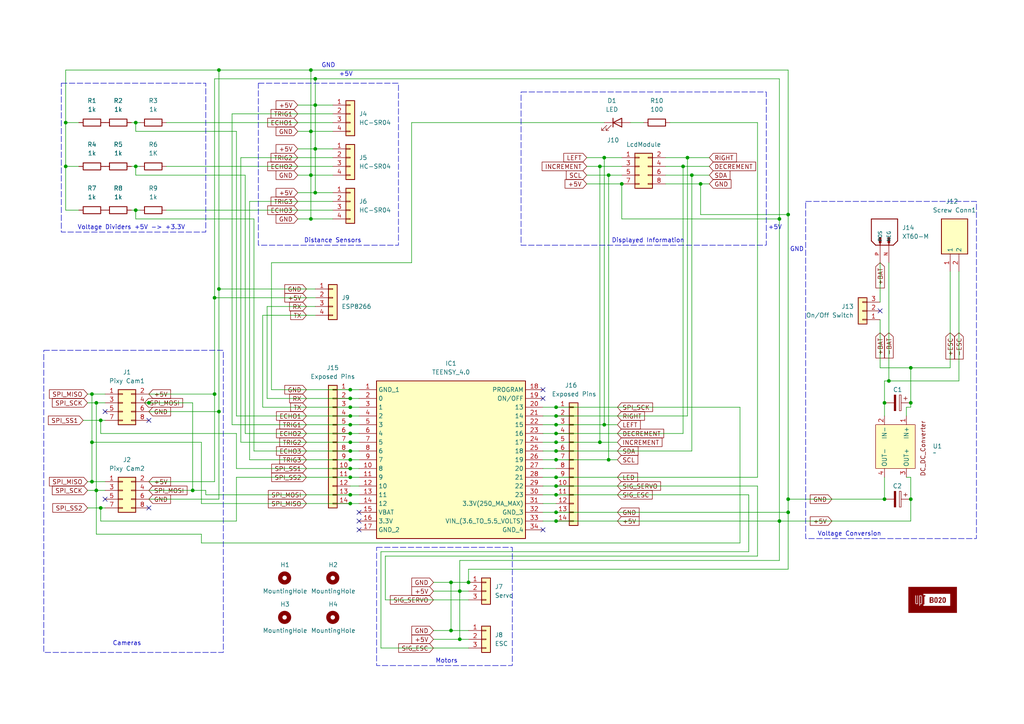
<source format=kicad_sch>
(kicad_sch (version 20231120) (generator "eeschema") (generator_version "8.0")
  (paper "A4")
  (title_block (title "NXP_CUP") (date "2024-04-22") (rev "v1") (company "UPT B020"))
  (lib_symbols
    (symbol "Connector_Generic:Conn_01x03" (pin_names (offset 1.016) hide)
      (property "Reference" "J" (at 0 5.08 0))
      (property "Value" "Conn_01x03" (at 0 -5.08 0))
      (symbol "Conn_01x03_1_1"
        (pin passive line (at -5.08 2.54 0) (length 3.81) (name "Pin_1") (number "1"))
        (pin passive line (at -5.08 0 0) (length 3.81) (name "Pin_2") (number "2"))
        (pin passive line (at -5.08 -2.54 0) (length 3.81) (name "Pin_3") (number "3"))
      )
    )
    (symbol "Connector_Generic:Conn_01x04" (pin_names (offset 1.016) hide)
      (property "Reference" "J" (at 0 5.08 0))
      (property "Value" "Conn_01x04" (at 0 -7.62 0))
      (symbol "Conn_01x04_1_1"
        (pin passive line (at -5.08 2.54 0) (length 3.81) (name "Pin_1") (number "1"))
        (pin passive line (at -5.08 0 0) (length 3.81) (name "Pin_2") (number "2"))
        (pin passive line (at -5.08 -2.54 0) (length 3.81) (name "Pin_3") (number "3"))
        (pin passive line (at -5.08 -5.08 0) (length 3.81) (name "Pin_4") (number "4"))
      )
    )
    (symbol "Connector_Generic:Conn_01x14" (pin_names (offset 1.016) hide)
      (property "Reference" "J" (at 0 17.78 0))
      (property "Value" "Conn_01x14" (at 0 -20.32 0))
      (symbol "Conn_01x14_1_1"
        (pin passive line (at -5.08 15.24 0) (length 3.81) (name "Pin_1") (number "1"))
        (pin passive line (at -5.08 -7.62 0) (length 3.81) (name "Pin_10") (number "10"))
        (pin passive line (at -5.08 -10.16 0) (length 3.81) (name "Pin_11") (number "11"))
        (pin passive line (at -5.08 -12.7 0) (length 3.81) (name "Pin_12") (number "12"))
        (pin passive line (at -5.08 -15.24 0) (length 3.81) (name "Pin_13") (number "13"))
        (pin passive line (at -5.08 -17.78 0) (length 3.81) (name "Pin_14") (number "14"))
        (pin passive line (at -5.08 12.7 0) (length 3.81) (name "Pin_2") (number "2"))
        (pin passive line (at -5.08 10.16 0) (length 3.81) (name "Pin_3") (number "3"))
        (pin passive line (at -5.08 7.62 0) (length 3.81) (name "Pin_4") (number "4"))
        (pin passive line (at -5.08 5.08 0) (length 3.81) (name "Pin_5") (number "5"))
        (pin passive line (at -5.08 2.54 0) (length 3.81) (name "Pin_6") (number "6"))
        (pin passive line (at -5.08 0 0) (length 3.81) (name "Pin_7") (number "7"))
        (pin passive line (at -5.08 -2.54 0) (length 3.81) (name "Pin_8") (number "8"))
        (pin passive line (at -5.08 -5.08 0) (length 3.81) (name "Pin_9") (number "9"))
      )
    )
    (symbol "Connector_Generic:Conn_02x04_Odd_Even" (pin_names (offset 1.016) hide)
      (property "Reference" "J" (at 1.27 5.08 0))
      (property "Value" "Conn_02x04_Odd_Even" (at 1.27 -7.62 0))
      (symbol "Conn_02x04_Odd_Even_1_1"
        (pin passive line (at -5.08 2.54 0) (length 3.81) (name "Pin_1") (number "1"))
        (pin passive line (at 7.62 2.54 180) (length 3.81) (name "Pin_2") (number "2"))
        (pin passive line (at -5.08 0 0) (length 3.81) (name "Pin_3") (number "3"))
        (pin passive line (at 7.62 0 180) (length 3.81) (name "Pin_4") (number "4"))
        (pin passive line (at -5.08 -2.54 0) (length 3.81) (name "Pin_5") (number "5"))
        (pin passive line (at 7.62 -2.54 180) (length 3.81) (name "Pin_6") (number "6"))
        (pin passive line (at -5.08 -5.08 0) (length 3.81) (name "Pin_7") (number "7"))
        (pin passive line (at 7.62 -5.08 180) (length 3.81) (name "Pin_8") (number "8"))
      )
    )
    (symbol "DC_DC_LX6009:StepUp/StepDown_LX6009"
      (property "Reference" "U" (at 0 10.414 0))
      (symbol "StepUp/StepDown_LX6009_1_1"
        (text "DC_DC_Converter\n" (at 0.508 7.366 0) (effects (font (size 1.27 1.27))))
        (pin input line (at -8.89 2.54 0) (length 2.54) (name "IN+") (number "1"))
        (pin input line (at -8.89 -3.81 0) (length 2.54) (name "IN-") (number "2"))
        (pin output line (at 8.89 2.54 180) (length 2.54) (name "OUT+") (number "3"))
        (pin output line (at 8.89 -3.81 180) (length 2.54) (name "OUT-") (number "4"))
      )
    )
    (symbol "Device:C_Polarized" (pin_numbers hide) (pin_names (offset 0.254))
      (property "Reference" "C" (at 0.635 2.54 0))
      (property "Value" "C_Polarized" (at 0.635 -2.54 0))
      (symbol "C_Polarized_1_1"
        (pin passive line (at 0 3.81 270) (length 2.794) (name "~") (number "1"))
        (pin passive line (at 0 -3.81 90) (length 2.794) (name "~") (number "2"))
      )
    )
    (symbol "Device:LED" (pin_numbers hide) (pin_names (offset 1.016) hide)
      (property "Reference" "D" (at 0 2.54 0))
      (property "Value" "LED" (at 0 -2.54 0))
      (symbol "LED_1_1"
        (pin passive line (at -3.81 0 0) (length 2.54) (name "K") (number "1"))
        (pin passive line (at 3.81 0 180) (length 2.54) (name "A") (number "2"))
      )
    )
    (symbol "Device:R" (pin_numbers hide) (pin_names (offset 0))
      (property "Reference" "R" (at 2.032 0 90))
      (property "Value" "R" (at 0 0 90))
      (symbol "R_1_1"
        (pin passive line (at 0 3.81 270) (length 1.27) (name "~") (number "1"))
        (pin passive line (at 0 -3.81 90) (length 1.27) (name "~") (number "2"))
      )
    )
    (symbol "KF301-2P:KF301-2P"
      (property "Reference" "J" (at 16.51 7.62 0))
      (property "Value" "KF301-2P" (at 16.51 5.08 0))
      (symbol "KF301-2P_1_1"
        (pin passive line (at 0 0 0) (length 5.08) (name "1") (number "1"))
        (pin passive line (at 0 -2.54 0) (length 5.08) (name "2") (number "2"))
      )
    )
    (symbol "Mechanical:MountingHole" (pin_names (offset 1.016)) (exclude_from_sim yes) (in_bom no)
      (property "Reference" "H" (at 0 5.08 0))
      (property "Value" "MountingHole" (at 0 3.175 0))
    )
    (symbol "TEENSY_4_0:TEENSY_4.0"
      (property "Reference" "IC" (at 49.53 7.62 0))
      (property "Value" "TEENSY_4.0" (at 49.53 5.08 0))
      (symbol "TEENSY_4.0_1_1"
        (pin passive line (at 0 0 0) (length 5.08) (name "GND_1") (number "1"))
        (pin passive line (at 0 -22.86 0) (length 5.08) (name "8") (number "10"))
        (pin passive line (at 0 -25.4 0) (length 5.08) (name "9") (number "11"))
        (pin passive line (at 0 -27.94 0) (length 5.08) (name "10") (number "12"))
        (pin passive line (at 0 -30.48 0) (length 5.08) (name "11") (number "13"))
        (pin passive line (at 0 -33.02 0) (length 5.08) (name "12") (number "14"))
        (pin passive line (at 0 -35.56 0) (length 5.08) (name "VBAT") (number "15"))
        (pin passive line (at 0 -38.1 0) (length 5.08) (name "3.3V") (number "16"))
        (pin passive line (at 0 -40.64 0) (length 5.08) (name "GND_2") (number "17"))
        (pin passive line (at 53.34 0 180) (length 5.08) (name "PROGRAM") (number "18"))
        (pin passive line (at 53.34 -2.54 180) (length 5.08) (name "ON/OFF") (number "19"))
        (pin passive line (at 0 -2.54 0) (length 5.08) (name "0") (number "2"))
        (pin passive line (at 53.34 -5.08 180) (length 5.08) (name "13") (number "20"))
        (pin passive line (at 53.34 -7.62 180) (length 5.08) (name "14") (number "21"))
        (pin passive line (at 53.34 -10.16 180) (length 5.08) (name "15") (number "22"))
        (pin passive line (at 53.34 -12.7 180) (length 5.08) (name "16") (number "23"))
        (pin passive line (at 53.34 -15.24 180) (length 5.08) (name "17") (number "24"))
        (pin passive line (at 53.34 -17.78 180) (length 5.08) (name "18") (number "25"))
        (pin passive line (at 53.34 -20.32 180) (length 5.08) (name "19") (number "26"))
        (pin passive line (at 53.34 -22.86 180) (length 5.08) (name "20") (number "27"))
        (pin passive line (at 53.34 -25.4 180) (length 5.08) (name "21") (number "28"))
        (pin passive line (at 53.34 -27.94 180) (length 5.08) (name "22") (number "29"))
        (pin passive line (at 0 -5.08 0) (length 5.08) (name "1") (number "3"))
        (pin passive line (at 53.34 -30.48 180) (length 5.08) (name "23") (number "30"))
        (pin passive line (at 53.34 -33.02 180) (length 5.08) (name "3.3V(250_MA_MAX)") (number "31"))
        (pin passive line (at 53.34 -35.56 180) (length 5.08) (name "GND_3") (number "32"))
        (pin passive line (at 53.34 -38.1 180) (length 5.08) (name "VIN_(3.6_TO_5.5_VOLTS)") (number "33"))
        (pin passive line (at 53.34 -40.64 180) (length 5.08) (name "GND_4") (number "34"))
        (pin passive line (at 0 -7.62 0) (length 5.08) (name "2") (number "4"))
        (pin passive line (at 0 -10.16 0) (length 5.08) (name "3") (number "5"))
        (pin passive line (at 0 -12.7 0) (length 5.08) (name "4") (number "6"))
        (pin passive line (at 0 -15.24 0) (length 5.08) (name "5") (number "7"))
        (pin passive line (at 0 -17.78 0) (length 5.08) (name "6") (number "8"))
        (pin passive line (at 0 -20.32 0) (length 5.08) (name "7") (number "9"))
      )
    )
    (symbol "UPT_Logo:LOGO" (pin_names (offset 1.016)))
    (symbol "XT60-M:XT60-M" (pin_names (offset 1.016))
      (property "Reference" "J" (at 0 6.35 0))
      (property "Value" "XT60-M" (at 0 -5.08 0))
      (symbol "XT60-M_0_0"
        (pin passive line (at -5.08 0 0) (length 5.08) (name "NEG") (number "N"))
        (pin passive line (at -5.08 2.54 0) (length 5.08) (name "POS") (number "P"))
      )
    )
  )
  (junction (at 55.88 142.24))
  (junction (at 62.23 86.36))
  (junction (at 173.99 128.27))
  (junction (at 175.26 45.72))
  (junction (at 130.81 168.91))
  (junction (at 264.16 116.84))
  (junction (at 39.37 35.56))
  (junction (at 101.6 146.05))
  (junction (at 161.29 118.11))
  (junction (at 63.5 83.82))
  (junction (at 161.29 151.13))
  (junction (at 200.66 50.8))
  (junction (at 161.29 148.59))
  (junction (at 91.44 22.86))
  (junction (at 176.53 133.35))
  (junction (at 161.29 120.65))
  (junction (at 161.29 123.19))
  (junction (at 101.6 123.19))
  (junction (at 62.23 114.3))
  (junction (at 101.6 120.65))
  (junction (at 161.29 128.27))
  (junction (at 130.81 182.88))
  (junction (at 228.6 144.78))
  (junction (at 176.53 50.8))
  (junction (at 101.6 138.43))
  (junction (at 161.29 133.35))
  (junction (at 173.99 48.26))
  (junction (at 101.6 113.03))
  (junction (at 161.29 140.97))
  (junction (at 27.94 142.24))
  (junction (at 101.6 128.27))
  (junction (at 101.6 143.51))
  (junction (at 39.37 48.26))
  (junction (at 264.16 106.68))
  (junction (at 26.67 139.7))
  (junction (at 29.21 147.32))
  (junction (at 133.35 171.45))
  (junction (at 228.6 62.23))
  (junction (at 161.29 125.73))
  (junction (at 161.29 138.43))
  (junction (at 19.05 48.26))
  (junction (at 175.26 123.19))
  (junction (at 26.67 128.27))
  (junction (at 91.44 55.88))
  (junction (at 226.06 151.13))
  (junction (at 257.81 110.49))
  (junction (at 26.67 114.3))
  (junction (at 198.12 48.26))
  (junction (at 101.6 118.11))
  (junction (at 39.37 60.96))
  (junction (at 43.18 116.84))
  (junction (at 29.21 121.92))
  (junction (at 91.44 43.18))
  (junction (at 161.29 143.51))
  (junction (at 90.17 38.1))
  (junction (at 228.6 148.59))
  (junction (at 135.89 168.91))
  (junction (at 90.17 50.8))
  (junction (at 180.34 53.34))
  (junction (at 101.6 115.57))
  (junction (at 101.6 133.35))
  (junction (at 63.5 20.32))
  (junction (at 90.17 63.5))
  (junction (at 133.35 185.42))
  (junction (at 91.44 30.48))
  (junction (at 203.2 53.34))
  (junction (at 256.54 116.84))
  (junction (at 101.6 135.89))
  (junction (at 101.6 125.73))
  (junction (at 226.06 63.5))
  (junction (at 63.5 119.38))
  (junction (at 19.05 35.56))
  (junction (at 27.94 116.84))
  (junction (at 161.29 130.81))
  (junction (at 256.54 144.78))
  (junction (at 101.6 130.81))
  (junction (at 264.16 144.78))
  (junction (at 199.39 45.72))
  (junction (at 90.17 20.32))
  (no_connect (at 157.48 113.03))
  (no_connect (at 157.48 153.67))
  (no_connect (at 157.48 115.57))
  (no_connect (at 104.14 151.13))
  (no_connect (at 43.18 147.32))
  (no_connect (at 104.14 148.59))
  (no_connect (at 104.14 153.67))
  (no_connect (at 255.27 90.17))
  (no_connect (at 43.18 121.92))
  (no_connect (at 30.48 144.78))
  (no_connect (at 30.48 119.38))
  (wire (pts (xy 104.14 140.97) (xy 101.6 140.97)))
  (wire (pts (xy 29.21 147.32) (xy 30.48 147.32)))
  (wire (pts (xy 256.54 110.49) (xy 256.54 116.84)))
  (wire (pts (xy 176.53 133.35) (xy 161.29 133.35)))
  (wire (pts (xy 39.37 63.5) (xy 73.66 63.5)))
  (wire (pts (xy 25.4 147.32) (xy 29.21 147.32)))
  (wire (pts (xy 76.2 118.11) (xy 101.6 118.11)))
  (wire (pts (xy 157.48 118.11) (xy 161.29 118.11)))
  (wire (pts (xy 55.88 116.84) (xy 55.88 142.24)))
  (wire (pts (xy 77.47 88.9) (xy 91.44 88.9)))
  (wire (pts (xy 200.66 50.8) (xy 200.66 130.81)))
  (wire (pts (xy 101.6 118.11) (xy 104.14 118.11)))
  (wire (pts (xy 68.58 120.65) (xy 68.58 38.1)))
  (wire (pts (xy 133.35 171.45) (xy 133.35 185.42)))
  (wire (pts (xy 63.5 119.38) (xy 43.18 119.38)))
  (wire (pts (xy 90.17 63.5) (xy 96.52 63.5)))
  (wire (pts (xy 90.17 38.1) (xy 90.17 50.8)))
  (wire (pts (xy 91.44 30.48) (xy 96.52 30.48)))
  (wire (pts (xy 86.36 63.5) (xy 90.17 63.5)))
  (wire (pts (xy 111.76 161.29) (xy 111.76 173.99)))
  (wire (pts (xy 90.17 20.32) (xy 90.17 38.1)))
  (wire (pts (xy 29.21 147.32) (xy 29.21 151.13)))
  (wire (pts (xy 101.6 115.57) (xy 77.47 115.57)))
  (wire (pts (xy 91.44 55.88) (xy 96.52 55.88)))
  (wire (pts (xy 41.91 116.84) (xy 43.18 116.84)))
  (wire (pts (xy 228.6 148.59) (xy 228.6 144.78)))
  (wire (pts (xy 157.48 123.19) (xy 161.29 123.19)))
  (wire (pts (xy 22.86 48.26) (xy 19.05 48.26)))
  (wire (pts (xy 59.69 143.51) (xy 101.6 143.51)))
  (wire (pts (xy 90.17 50.8) (xy 96.52 50.8)))
  (wire (pts (xy 63.5 20.32) (xy 90.17 20.32)))
  (wire (pts (xy 58.42 146.05) (xy 58.42 128.27)))
  (wire (pts (xy 43.18 144.78) (xy 63.5 144.78)))
  (wire (pts (xy 67.31 123.19) (xy 67.31 33.02)))
  (wire (pts (xy 125.73 182.88) (xy 130.81 182.88)))
  (wire (pts (xy 101.6 135.89) (xy 104.14 135.89)))
  (wire (pts (xy 26.67 128.27) (xy 26.67 114.3)))
  (wire (pts (xy 91.44 30.48) (xy 91.44 43.18)))
  (wire (pts (xy 76.2 91.44) (xy 76.2 118.11)))
  (wire (pts (xy 125.73 168.91) (xy 130.81 168.91)))
  (wire (pts (xy 257.81 110.49) (xy 278.13 110.49)))
  (wire (pts (xy 255.27 106.68) (xy 264.16 106.68)))
  (wire (pts (xy 39.37 38.1) (xy 68.58 38.1)))
  (wire (pts (xy 27.94 116.84) (xy 30.48 116.84)))
  (wire (pts (xy 161.29 140.97) (xy 219.71 140.97)))
  (wire (pts (xy 40.64 48.26) (xy 39.37 48.26)))
  (wire (pts (xy 219.71 138.43) (xy 219.71 35.56)))
  (wire (pts (xy 73.66 63.5) (xy 73.66 130.81)))
  (wire (pts (xy 133.35 162.56) (xy 226.06 162.56)))
  (wire (pts (xy 257.81 76.2) (xy 257.81 110.49)))
  (wire (pts (xy 217.17 160.02) (xy 217.17 143.51)))
  (wire (pts (xy 264.16 106.68) (xy 275.59 106.68)))
  (wire (pts (xy 30.48 142.24) (xy 27.94 142.24)))
  (wire (pts (xy 125.73 185.42) (xy 133.35 185.42)))
  (wire (pts (xy 161.29 148.59) (xy 228.6 148.59)))
  (wire (pts (xy 125.73 171.45) (xy 133.35 171.45)))
  (wire (pts (xy 48.26 48.26) (xy 96.52 48.26)))
  (wire (pts (xy 226.06 151.13) (xy 264.16 151.13)))
  (wire (pts (xy 90.17 38.1) (xy 96.52 38.1)))
  (wire (pts (xy 203.2 53.34) (xy 205.74 53.34)))
  (wire (pts (xy 27.94 142.24) (xy 27.94 154.94)))
  (wire (pts (xy 130.81 168.91) (xy 130.81 182.88)))
  (wire (pts (xy 29.21 151.13) (xy 68.58 151.13)))
  (wire (pts (xy 39.37 60.96) (xy 39.37 63.5)))
  (wire (pts (xy 198.12 48.26) (xy 198.12 125.73)))
  (wire (pts (xy 86.36 30.48) (xy 91.44 30.48)))
  (wire (pts (xy 119.38 35.56) (xy 119.38 76.2)))
  (wire (pts (xy 111.76 173.99) (xy 135.89 173.99)))
  (wire (pts (xy 27.94 116.84) (xy 27.94 142.24)))
  (wire (pts (xy 157.48 140.97) (xy 161.29 140.97)))
  (wire (pts (xy 68.58 138.43) (xy 68.58 151.13)))
  (wire (pts (xy 256.54 116.84) (xy 256.54 120.65)))
  (wire (pts (xy 170.18 48.26) (xy 173.99 48.26)))
  (wire (pts (xy 262.89 118.11) (xy 262.89 120.65)))
  (wire (pts (xy 198.12 48.26) (xy 205.74 48.26)))
  (wire (pts (xy 193.04 45.72) (xy 199.39 45.72)))
  (wire (pts (xy 29.21 125.73) (xy 29.21 121.92)))
  (wire (pts (xy 86.36 43.18) (xy 91.44 43.18)))
  (wire (pts (xy 161.29 128.27) (xy 157.48 128.27)))
  (wire (pts (xy 130.81 182.88) (xy 135.89 182.88)))
  (wire (pts (xy 275.59 106.68) (xy 275.59 78.74)))
  (wire (pts (xy 91.44 22.86) (xy 91.44 30.48)))
  (wire (pts (xy 26.67 139.7) (xy 25.4 139.7)))
  (wire (pts (xy 264.16 106.68) (xy 264.16 116.84)))
  (wire (pts (xy 199.39 45.72) (xy 205.74 45.72)))
  (wire (pts (xy 101.6 120.65) (xy 104.14 120.65)))
  (wire (pts (xy 19.05 35.56) (xy 19.05 20.32)))
  (wire (pts (xy 173.99 48.26) (xy 173.99 128.27)))
  (wire (pts (xy 175.26 45.72) (xy 180.34 45.72)))
  (wire (pts (xy 170.18 50.8) (xy 176.53 50.8)))
  (wire (pts (xy 58.42 154.94) (xy 27.94 154.94)))
  (wire (pts (xy 161.29 143.51) (xy 217.17 143.51)))
  (wire (pts (xy 58.42 146.05) (xy 101.6 146.05)))
  (wire (pts (xy 25.4 116.84) (xy 27.94 116.84)))
  (wire (pts (xy 176.53 50.8) (xy 180.34 50.8)))
  (wire (pts (xy 110.49 160.02) (xy 110.49 187.96)))
  (wire (pts (xy 157.48 120.65) (xy 161.29 120.65)))
  (wire (pts (xy 67.31 33.02) (xy 96.52 33.02)))
  (wire (pts (xy 19.05 60.96) (xy 19.05 48.26)))
  (wire (pts (xy 226.06 63.5) (xy 226.06 151.13)))
  (wire (pts (xy 68.58 138.43) (xy 101.6 138.43)))
  (wire (pts (xy 175.26 45.72) (xy 175.26 123.19)))
  (wire (pts (xy 22.86 60.96) (xy 19.05 60.96)))
  (wire (pts (xy 43.18 142.24) (xy 55.88 142.24)))
  (wire (pts (xy 179.07 133.35) (xy 176.53 133.35)))
  (wire (pts (xy 48.26 35.56) (xy 96.52 35.56)))
  (wire (pts (xy 86.36 50.8) (xy 90.17 50.8)))
  (wire (pts (xy 133.35 162.56) (xy 133.35 171.45)))
  (wire (pts (xy 101.6 125.73) (xy 104.14 125.73)))
  (wire (pts (xy 62.23 139.7) (xy 43.18 139.7)))
  (wire (pts (xy 228.6 20.32) (xy 228.6 62.23)))
  (wire (pts (xy 203.2 62.23) (xy 228.6 62.23)))
  (wire (pts (xy 39.37 35.56) (xy 39.37 38.1)))
  (wire (pts (xy 38.1 35.56) (xy 39.37 35.56)))
  (wire (pts (xy 278.13 78.74) (xy 278.13 110.49)))
  (wire (pts (xy 72.39 58.42) (xy 96.52 58.42)))
  (wire (pts (xy 133.35 185.42) (xy 135.89 185.42)))
  (wire (pts (xy 30.48 139.7) (xy 26.67 139.7)))
  (wire (pts (xy 217.17 160.02) (xy 110.49 160.02)))
  (wire (pts (xy 119.38 76.2) (xy 78.74 76.2)))
  (wire (pts (xy 161.29 120.65) (xy 199.39 120.65)))
  (wire (pts (xy 135.89 165.1) (xy 228.6 165.1)))
  (wire (pts (xy 71.12 50.8) (xy 71.12 125.73)))
  (wire (pts (xy 256.54 138.43) (xy 256.54 144.78)))
  (wire (pts (xy 67.31 123.19) (xy 101.6 123.19)))
  (wire (pts (xy 161.29 130.81) (xy 200.66 130.81)))
  (wire (pts (xy 256.54 110.49) (xy 257.81 110.49)))
  (wire (pts (xy 226.06 162.56) (xy 226.06 151.13)))
  (wire (pts (xy 91.44 22.86) (xy 62.23 22.86)))
  (wire (pts (xy 170.18 53.34) (xy 180.34 53.34)))
  (wire (pts (xy 110.49 187.96) (xy 135.89 187.96)))
  (wire (pts (xy 39.37 50.8) (xy 71.12 50.8)))
  (wire (pts (xy 101.6 130.81) (xy 104.14 130.81)))
  (wire (pts (xy 86.36 55.88) (xy 91.44 55.88)))
  (wire (pts (xy 63.5 83.82) (xy 63.5 119.38)))
  (wire (pts (xy 180.34 63.5) (xy 226.06 63.5)))
  (wire (pts (xy 26.67 114.3) (xy 30.48 114.3)))
  (wire (pts (xy 72.39 58.42) (xy 72.39 133.35)))
  (wire (pts (xy 86.36 38.1) (xy 90.17 38.1)))
  (wire (pts (xy 157.48 138.43) (xy 161.29 138.43)))
  (wire (pts (xy 68.58 120.65) (xy 101.6 120.65)))
  (wire (pts (xy 101.6 128.27) (xy 69.85 128.27)))
  (wire (pts (xy 68.58 135.89) (xy 101.6 135.89)))
  (wire (pts (xy 203.2 53.34) (xy 203.2 62.23)))
  (wire (pts (xy 24.13 121.92) (xy 29.21 121.92)))
  (wire (pts (xy 62.23 114.3) (xy 62.23 139.7)))
  (wire (pts (xy 161.29 125.73) (xy 198.12 125.73)))
  (wire (pts (xy 228.6 144.78) (xy 256.54 144.78)))
  (wire (pts (xy 104.14 128.27) (xy 101.6 128.27)))
  (wire (pts (xy 255.27 76.2) (xy 255.27 87.63)))
  (wire (pts (xy 59.69 142.24) (xy 55.88 142.24)))
  (wire (pts (xy 19.05 20.32) (xy 63.5 20.32)))
  (wire (pts (xy 226.06 22.86) (xy 226.06 63.5)))
  (wire (pts (xy 264.16 118.11) (xy 264.16 116.84)))
  (wire (pts (xy 101.6 133.35) (xy 72.39 133.35)))
  (wire (pts (xy 62.23 22.86) (xy 62.23 86.36)))
  (wire (pts (xy 101.6 146.05) (xy 104.14 146.05)))
  (wire (pts (xy 193.04 50.8) (xy 200.66 50.8)))
  (wire (pts (xy 27.94 142.24) (xy 25.4 142.24)))
  (wire (pts (xy 101.6 113.03) (xy 104.14 113.03)))
  (wire (pts (xy 176.53 50.8) (xy 176.53 133.35)))
  (wire (pts (xy 68.58 125.73) (xy 29.21 125.73)))
  (wire (pts (xy 69.85 45.72) (xy 69.85 128.27)))
  (wire (pts (xy 157.48 148.59) (xy 161.29 148.59)))
  (wire (pts (xy 19.05 35.56) (xy 19.05 48.26)))
  (wire (pts (xy 91.44 43.18) (xy 96.52 43.18)))
  (wire (pts (xy 219.71 140.97) (xy 219.71 161.29)))
  (wire (pts (xy 48.26 60.96) (xy 96.52 60.96)))
  (wire (pts (xy 63.5 119.38) (xy 63.5 144.78)))
  (wire (pts (xy 161.29 123.19) (xy 175.26 123.19)))
  (wire (pts (xy 43.18 114.3) (xy 62.23 114.3)))
  (wire (pts (xy 91.44 43.18) (xy 91.44 55.88)))
  (wire (pts (xy 101.6 123.19) (xy 104.14 123.19)))
  (wire (pts (xy 130.81 168.91) (xy 135.89 168.91)))
  (wire (pts (xy 157.48 130.81) (xy 161.29 130.81)))
  (wire (pts (xy 264.16 138.43) (xy 262.89 138.43)))
  (wire (pts (xy 199.39 45.72) (xy 199.39 120.65)))
  (wire (pts (xy 170.18 45.72) (xy 175.26 45.72)))
  (wire (pts (xy 101.6 138.43) (xy 104.14 138.43)))
  (wire (pts (xy 173.99 48.26) (xy 180.34 48.26)))
  (wire (pts (xy 58.42 157.48) (xy 58.42 154.94)))
  (wire (pts (xy 91.44 22.86) (xy 226.06 22.86)))
  (wire (pts (xy 264.16 138.43) (xy 264.16 144.78)))
  (wire (pts (xy 68.58 135.89) (xy 68.58 125.73)))
  (wire (pts (xy 219.71 35.56) (xy 194.31 35.56)))
  (wire (pts (xy 179.07 128.27) (xy 173.99 128.27)))
  (wire (pts (xy 63.5 20.32) (xy 63.5 83.82)))
  (wire (pts (xy 161.29 151.13) (xy 226.06 151.13)))
  (wire (pts (xy 39.37 48.26) (xy 39.37 50.8)))
  (wire (pts (xy 101.6 133.35) (xy 104.14 133.35)))
  (wire (pts (xy 228.6 62.23) (xy 228.6 144.78)))
  (wire (pts (xy 69.85 45.72) (xy 96.52 45.72)))
  (wire (pts (xy 26.67 128.27) (xy 26.67 139.7)))
  (wire (pts (xy 39.37 48.26) (xy 38.1 48.26)))
  (wire (pts (xy 161.29 118.11) (xy 214.63 118.11)))
  (wire (pts (xy 161.29 133.35) (xy 157.48 133.35)))
  (wire (pts (xy 255.27 92.71) (xy 255.27 106.68)))
  (wire (pts (xy 30.48 121.92) (xy 29.21 121.92)))
  (wire (pts (xy 264.16 118.11) (xy 262.89 118.11)))
  (wire (pts (xy 71.12 125.73) (xy 101.6 125.73)))
  (wire (pts (xy 78.74 76.2) (xy 78.74 113.03)))
  (wire (pts (xy 214.63 157.48) (xy 58.42 157.48)))
  (wire (pts (xy 104.14 143.51) (xy 101.6 143.51)))
  (wire (pts (xy 157.48 151.13) (xy 161.29 151.13)))
  (wire (pts (xy 25.4 114.3) (xy 26.67 114.3)))
  (wire (pts (xy 22.86 35.56) (xy 19.05 35.56)))
  (wire (pts (xy 133.35 171.45) (xy 135.89 171.45)))
  (wire (pts (xy 157.48 146.05) (xy 161.29 146.05)))
  (wire (pts (xy 78.74 113.03) (xy 101.6 113.03)))
  (wire (pts (xy 58.42 128.27) (xy 26.67 128.27)))
  (wire (pts (xy 43.18 116.84) (xy 55.88 116.84)))
  (wire (pts (xy 39.37 60.96) (xy 40.64 60.96)))
  (wire (pts (xy 200.66 50.8) (xy 205.74 50.8)))
  (wire (pts (xy 157.48 125.73) (xy 161.29 125.73)))
  (wire (pts (xy 62.23 86.36) (xy 91.44 86.36)))
  (wire (pts (xy 38.1 60.96) (xy 39.37 60.96)))
  (wire (pts (xy 228.6 165.1) (xy 228.6 148.59)))
  (wire (pts (xy 39.37 35.56) (xy 40.64 35.56)))
  (wire (pts (xy 157.48 143.51) (xy 161.29 143.51)))
  (wire (pts (xy 179.07 123.19) (xy 175.26 123.19)))
  (wire (pts (xy 63.5 83.82) (xy 91.44 83.82)))
  (wire (pts (xy 193.04 53.34) (xy 203.2 53.34)))
  (wire (pts (xy 214.63 118.11) (xy 214.63 157.48)))
  (wire (pts (xy 90.17 20.32) (xy 228.6 20.32)))
  (wire (pts (xy 161.29 128.27) (xy 173.99 128.27)))
  (wire (pts (xy 180.34 53.34) (xy 180.34 63.5)))
  (wire (pts (xy 59.69 143.51) (xy 59.69 142.24)))
  (wire (pts (xy 264.16 144.78) (xy 264.16 151.13)))
  (wire (pts (xy 135.89 165.1) (xy 135.89 168.91)))
  (wire (pts (xy 90.17 50.8) (xy 90.17 63.5)))
  (wire (pts (xy 73.66 130.81) (xy 101.6 130.81)))
  (wire (pts (xy 161.29 138.43) (xy 219.71 138.43)))
  (wire (pts (xy 193.04 48.26) (xy 198.12 48.26)))
  (wire (pts (xy 62.23 86.36) (xy 62.23 114.3)))
  (wire (pts (xy 182.88 35.56) (xy 186.69 35.56)))
  (wire (pts (xy 77.47 115.57) (xy 77.47 88.9)))
  (wire (pts (xy 111.76 161.29) (xy 219.71 161.29)))
  (wire (pts (xy 175.26 35.56) (xy 119.38 35.56)))
  (wire (pts (xy 104.14 115.57) (xy 101.6 115.57)))
  (wire (pts (xy 157.48 135.89) (xy 161.29 135.89)))
  (wire (pts (xy 76.2 91.44) (xy 91.44 91.44)))
  (rectangle (start 12.7 101.6) (end 64.77 189.23) (stroke (width 0) (type dash)))
  (rectangle (start 233.68 58.42) (end 283.21 156.21) (stroke (width 0) (type dash)))
  (rectangle (start 17.78 24.13) (end 59.69 67.31) (stroke (width 0) (type dash)))
  (rectangle (start 59.69 55.88) (end 59.69 55.88))
  (rectangle (start 109.22 158.75) (end 148.59 193.04) (stroke (width 0) (type dash)))
  (rectangle (start 151.13 26.67) (end 222.25 71.12) (stroke (width 0) (type dash)))
  (rectangle (start 74.93 24.13) (end 115.57 71.12) (stroke (width 0) (type dash)))
  (text "+5V\n" (at 100.33 21.59 0) (effects (font (size 1.27 1.27))))
  (text "GND\n" (at 231.14 72.39 0) (effects (font (size 1.27 1.27))))
  (text "Voltage Conversion" (at 246.38 154.94 0) (effects (font (size 1.27 1.27))))
  (text "Voltage Dividers +5V -> +3.3V" (at 38.1 66.04 0) (effects (font (size 1.27 1.27))))
  (text "GND" (at 95.25 19.05 0) (effects (font (size 1.27 1.27))))
  (text "+5V" (at 224.79 66.04 0) (effects (font (size 1.27 1.27))))
  (text "Motors\n" (at 129.54 191.77 0) (effects (font (size 1.27 1.27))))
  (text "Distance Sensors" (at 96.52 69.85 0) (effects (font (size 1.27 1.27))))
  (text "Displayed Information" (at 187.96 69.85 0) (effects (font (size 1.27 1.27))))
  (text "Cameras" (at 36.83 186.69 0) (effects (font (size 1.27 1.27))))
  (global_label "GND" (shape input) (at 88.9 113.03 180) (property "Intersheetrefs" "${INTERSHEET_REFS}" (effects (hide yes))))
  (global_label "LED" (shape input) (at 179.07 138.43 0) (property "Intersheetrefs" "${INTERSHEET_REFS}" (effects (hide yes))))
  (global_label "SPI_SCK" (shape input) (at 25.4 142.24 180) (property "Intersheetrefs" "${INTERSHEET_REFS}" (effects (hide yes))))
  (global_label "INCREMENT" (shape input) (at 170.18 48.26 180) (property "Intersheetrefs" "${INTERSHEET_REFS}" (effects (hide yes))))
  (global_label "ECHO2" (shape input) (at 88.9 125.73 180) (property "Intersheetrefs" "${INTERSHEET_REFS}" (effects (hide yes))))
  (global_label "+5V" (shape input) (at 88.9 86.36 180) (property "Intersheetrefs" "${INTERSHEET_REFS}" (effects (hide yes))))
  (global_label "+BAT" (shape input) (at 255.27 96.52 270) (property "Intersheetrefs" "${INTERSHEET_REFS}" (effects (hide yes))))
  (global_label "TRIG2" (shape input) (at 86.36 45.72 180) (property "Intersheetrefs" "${INTERSHEET_REFS}" (effects (hide yes))))
  (global_label "ECHO3" (shape input) (at 88.9 130.81 180) (property "Intersheetrefs" "${INTERSHEET_REFS}" (effects (hide yes))))
  (global_label "INCREMENT" (shape input) (at 179.07 128.27 0) (property "Intersheetrefs" "${INTERSHEET_REFS}" (effects (hide yes))))
  (global_label "TRIG1" (shape input) (at 88.9 123.19 180) (property "Intersheetrefs" "${INTERSHEET_REFS}" (effects (hide yes))))
  (global_label "SPI_MISO" (shape input) (at 25.4 139.7 180) (property "Intersheetrefs" "${INTERSHEET_REFS}" (effects (hide yes))))
  (global_label "SDA" (shape input) (at 205.74 50.8 0) (property "Intersheetrefs" "${INTERSHEET_REFS}" (effects (hide yes))))
  (global_label "SPI_MOSI" (shape input) (at 88.9 143.51 180) (property "Intersheetrefs" "${INTERSHEET_REFS}" (effects (hide yes))))
  (global_label "+5V" (shape input) (at 86.36 30.48 180) (property "Intersheetrefs" "${INTERSHEET_REFS}" (effects (hide yes))))
  (global_label "TX" (shape input) (at 88.9 91.44 180) (property "Intersheetrefs" "${INTERSHEET_REFS}" (effects (hide yes))))
  (global_label "-ESC" (shape input) (at 278.13 96.52 270) (property "Intersheetrefs" "${INTERSHEET_REFS}" (effects (hide yes))))
  (global_label "LEFT" (shape input) (at 170.18 45.72 180) (property "Intersheetrefs" "${INTERSHEET_REFS}" (effects (hide yes))))
  (global_label "ECHO1" (shape input) (at 86.36 35.56 180) (property "Intersheetrefs" "${INTERSHEET_REFS}" (effects (hide yes))))
  (global_label "+ESC" (shape input) (at 275.59 96.52 270) (property "Intersheetrefs" "${INTERSHEET_REFS}" (effects (hide yes))))
  (global_label "GND" (shape input) (at 241.3 144.78 180) (property "Intersheetrefs" "${INTERSHEET_REFS}" (effects (hide yes))))
  (global_label "SIG_ESC" (shape input) (at 179.07 143.51 0) (property "Intersheetrefs" "${INTERSHEET_REFS}" (effects (hide yes))))
  (global_label "+5V" (shape input) (at 125.73 171.45 180) (property "Intersheetrefs" "${INTERSHEET_REFS}" (effects (hide yes))))
  (global_label "SPI_SS2" (shape input) (at 25.4 147.32 180) (property "Intersheetrefs" "${INTERSHEET_REFS}" (effects (hide yes))))
  (global_label "ECHO1" (shape input) (at 88.9 120.65 180) (property "Intersheetrefs" "${INTERSHEET_REFS}" (effects (hide yes))))
  (global_label "TRIG2" (shape input) (at 88.9 128.27 180) (property "Intersheetrefs" "${INTERSHEET_REFS}" (effects (hide yes))))
  (global_label "GND" (shape input) (at 179.07 148.59 0) (property "Intersheetrefs" "${INTERSHEET_REFS}" (effects (hide yes))))
  (global_label "RIGHT" (shape input) (at 179.07 120.65 0) (property "Intersheetrefs" "${INTERSHEET_REFS}" (effects (hide yes))))
  (global_label "SPI_MISO" (shape input) (at 88.9 146.05 180) (property "Intersheetrefs" "${INTERSHEET_REFS}" (effects (hide yes))))
  (global_label "+5V" (shape input) (at 179.07 151.13 0) (property "Intersheetrefs" "${INTERSHEET_REFS}" (effects (hide yes))))
  (global_label "SPI_SS2" (shape input) (at 88.9 138.43 180) (property "Intersheetrefs" "${INTERSHEET_REFS}" (effects (hide yes))))
  (global_label "GND" (shape input) (at 86.36 63.5 180) (property "Intersheetrefs" "${INTERSHEET_REFS}" (effects (hide yes))))
  (global_label "SPI_SCK" (shape input) (at 179.07 118.11 0) (property "Intersheetrefs" "${INTERSHEET_REFS}" (effects (hide yes))))
  (global_label "SCL" (shape input) (at 170.18 50.8 180) (property "Intersheetrefs" "${INTERSHEET_REFS}" (effects (hide yes))))
  (global_label "GND" (shape input) (at 43.18 119.38 0) (property "Intersheetrefs" "${INTERSHEET_REFS}" (effects (hide yes))))
  (global_label "+5V" (shape input) (at 170.18 53.34 180) (property "Intersheetrefs" "${INTERSHEET_REFS}" (effects (hide yes))))
  (global_label "TRIG1" (shape input) (at 86.36 33.02 180) (property "Intersheetrefs" "${INTERSHEET_REFS}" (effects (hide yes))))
  (global_label "SIG_ESC" (shape input) (at 125.73 187.96 180) (property "Intersheetrefs" "${INTERSHEET_REFS}" (effects (hide yes))))
  (global_label "GND" (shape input) (at 86.36 50.8 180) (property "Intersheetrefs" "${INTERSHEET_REFS}" (effects (hide yes))))
  (global_label "SPI_MOSI" (shape input) (at 43.18 142.24 0) (property "Intersheetrefs" "${INTERSHEET_REFS}" (effects (hide yes))))
  (global_label "-BAT" (shape input) (at 257.81 96.52 270) (property "Intersheetrefs" "${INTERSHEET_REFS}" (effects (hide yes))))
  (global_label "DECREMENT" (shape input) (at 179.07 125.73 0) (property "Intersheetrefs" "${INTERSHEET_REFS}" (effects (hide yes))))
  (global_label "TX" (shape input) (at 88.9 118.11 180) (property "Intersheetrefs" "${INTERSHEET_REFS}" (effects (hide yes))))
  (global_label "SPI_SCK" (shape input) (at 25.4 116.84 180) (property "Intersheetrefs" "${INTERSHEET_REFS}" (effects (hide yes))))
  (global_label "GND" (shape input) (at 125.73 168.91 180) (property "Intersheetrefs" "${INTERSHEET_REFS}" (effects (hide yes))))
  (global_label "+5V" (shape input) (at 86.36 43.18 180) (property "Intersheetrefs" "${INTERSHEET_REFS}" (effects (hide yes))))
  (global_label "+5V" (shape input) (at 43.18 114.3 0) (property "Intersheetrefs" "${INTERSHEET_REFS}" (effects (hide yes))))
  (global_label "SPI_MISO" (shape input) (at 25.4 114.3 180) (property "Intersheetrefs" "${INTERSHEET_REFS}" (effects (hide yes))))
  (global_label "+5V" (shape input) (at 86.36 55.88 180) (property "Intersheetrefs" "${INTERSHEET_REFS}" (effects (hide yes))))
  (global_label "TRIG3" (shape input) (at 86.36 58.42 180) (property "Intersheetrefs" "${INTERSHEET_REFS}" (effects (hide yes))))
  (global_label "ECHO3" (shape input) (at 86.36 60.96 180) (property "Intersheetrefs" "${INTERSHEET_REFS}" (effects (hide yes))))
  (global_label "SPI_SS1" (shape input) (at 24.13 121.92 180) (property "Intersheetrefs" "${INTERSHEET_REFS}" (effects (hide yes))))
  (global_label "SPI_SS1" (shape input) (at 88.9 135.89 180) (property "Intersheetrefs" "${INTERSHEET_REFS}" (effects (hide yes))))
  (global_label "RIGHT" (shape input) (at 205.74 45.72 0) (property "Intersheetrefs" "${INTERSHEET_REFS}" (effects (hide yes))))
  (global_label "LEFT" (shape input) (at 179.07 123.19 0) (property "Intersheetrefs" "${INTERSHEET_REFS}" (effects (hide yes))))
  (global_label "RX" (shape input) (at 88.9 88.9 180) (property "Intersheetrefs" "${INTERSHEET_REFS}" (effects (hide yes))))
  (global_label "RX" (shape input) (at 88.9 115.57 180) (property "Intersheetrefs" "${INTERSHEET_REFS}" (effects (hide yes))))
  (global_label "+BAT" (shape input) (at 255.27 76.2 270) (property "Intersheetrefs" "${INTERSHEET_REFS}" (effects (hide yes))))
  (global_label "SPI_MOSI" (shape input) (at 41.91 116.84 0) (property "Intersheetrefs" "${INTERSHEET_REFS}" (effects (hide yes))))
  (global_label "GND" (shape input) (at 88.9 83.82 180) (property "Intersheetrefs" "${INTERSHEET_REFS}" (effects (hide yes))))
  (global_label "ECHO2" (shape input) (at 86.36 48.26 180) (property "Intersheetrefs" "${INTERSHEET_REFS}" (effects (hide yes))))
  (global_label "GND" (shape input) (at 205.74 53.34 0) (property "Intersheetrefs" "${INTERSHEET_REFS}" (effects (hide yes))))
  (global_label "+5V" (shape input) (at 241.3 151.13 180) (property "Intersheetrefs" "${INTERSHEET_REFS}" (effects (hide yes))))
  (global_label "GND" (shape input) (at 86.36 38.1 180) (property "Intersheetrefs" "${INTERSHEET_REFS}" (effects (hide yes))))
  (global_label "GND" (shape input) (at 43.18 144.78 0) (property "Intersheetrefs" "${INTERSHEET_REFS}" (effects (hide yes))))
  (global_label "SDA" (shape input) (at 179.07 130.81 0) (property "Intersheetrefs" "${INTERSHEET_REFS}" (effects (hide yes))))
  (global_label "+5V" (shape input) (at 43.18 139.7 0) (property "Intersheetrefs" "${INTERSHEET_REFS}" (effects (hide yes))))
  (global_label "TRIG3" (shape input) (at 88.9 133.35 180) (property "Intersheetrefs" "${INTERSHEET_REFS}" (effects (hide yes))))
  (global_label "SIG_SERVO" (shape input) (at 179.07 140.97 0) (property "Intersheetrefs" "${INTERSHEET_REFS}" (effects (hide yes))))
  (global_label "DECREMENT" (shape input) (at 205.74 48.26 0) (property "Intersheetrefs" "${INTERSHEET_REFS}" (effects (hide yes))))
  (global_label "SCL" (shape input) (at 179.07 133.35 0) (property "Intersheetrefs" "${INTERSHEET_REFS}" (effects (hide yes))))
  (global_label "GND" (shape input) (at 125.73 182.88 180) (property "Intersheetrefs" "${INTERSHEET_REFS}" (effects (hide yes))))
  (global_label "SIG_SERVO" (shape input) (at 125.73 173.99 180) (property "Intersheetrefs" "${INTERSHEET_REFS}" (effects (hide yes))))
  (global_label "+5V" (shape input) (at 125.73 185.42 180) (property "Intersheetrefs" "${INTERSHEET_REFS}" (effects (hide yes))))
  (symbol (lib_id "Connector_Generic:Conn_01x04") (at 96.52 86.36 0) (unit 1)
    (property "Reference" "J9" (at 99.06 86.3599 0) (effects (justify left)))
    (property "Value" "ESP8266" (at 99.06 88.8999 0) (effects (justify left)))
    (property "Footprint" "Connector_PinSocket_2.54mm:PinSocket_1x04_P2.54mm_Vertical" (effects (hide yes)))
    (property "Description" "Generic connector, single row, 01x04, script generated (kicad-library-utils/schlib/autogen/connector/)" (effects (hide yes)))
  )
  (symbol (lib_id "Device:LED") (at 179.07 35.56 0) (unit 1)
    (property "Reference" "D1" (at 177.4825 29.21 0))
    (property "Value" "LED" (at 177.4825 31.75 0))
    (property "Footprint" "Connector_JST:JST_XH_B2B-XH-A_1x02_P2.50mm_Vertical" (effects (hide yes)))
    (property "Description" "Light emitting diode" (effects (hide yes)))
  )
  (symbol (lib_id "Device:R") (at 34.29 48.26 270) (unit 1)
    (property "Reference" "R5" (at 34.29 41.91 90))
    (property "Value" "1k" (at 34.29 44.45 90))
    (property "Footprint" "Resistor_THT:R_Axial_DIN0411_L9.9mm_D3.6mm_P12.70mm_Horizontal" (effects (hide yes)))
    (property "Description" "Resistor" (effects (hide yes)))
  )
  (symbol (lib_id "Device:R") (at 190.5 35.56 270) (unit 1)
    (property "Reference" "R10" (at 190.5 29.21 90))
    (property "Value" "100" (at 190.5 31.75 90))
    (property "Footprint" "Resistor_THT:R_Axial_DIN0411_L9.9mm_D3.6mm_P12.70mm_Horizontal" (effects (hide yes)))
    (property "Description" "Resistor" (effects (hide yes)))
  )
  (symbol (lib_id "XT60-M:XT60-M") (at 257.81 71.12 90) (unit 1)
    (property "Reference" "J14" (at 261.62 66.0399 90) (effects (justify right)))
    (property "Value" "XT60-M" (at 261.62 68.5799 90) (effects (justify right)))
    (property "Footprint" "XT60-M:AMASS_XT60-M" (effects (hide yes)))
    (property "MF" "AMASS" (effects (hide yes)))
    (property "MAXIMUM_PACKAGE_HEIGHT" "16.00 mm" (effects (hide yes)))
    (property "Package" "Package" (effects (hide yes)))
    (property "Price" "None" (effects (hide yes)))
    (property "Check_prices" "https://www.snapeda.com/parts/XT60-M/AMASS/view-part/?ref=eda" (effects (hide yes)))
    (property "STANDARD" "IPC 7351B" (effects (hide yes)))
    (property "PARTREV" "V1.2" (effects (hide yes)))
    (property "SnapEDA_Link" "https://www.snapeda.com/parts/XT60-M/AMASS/view-part/?ref=snap" (effects (hide yes)))
    (property "MP" "XT60-M" (effects (hide yes)))
    (property "Description_1" "\nPlug; DC supply; XT60; male; PIN: 2; for cable; soldered; 30A; 500V\n" (effects (hide yes)))
    (property "Availability" "Not in stock" (effects (hide yes)))
    (property "MANUFACTURER" "AMASS" (effects (hide yes)))
  )
  (symbol (lib_id "Device:C_Polarized") (at 260.35 144.78 270) (unit 1)
    (property "Reference" "C2" (at 261.62 140.97 90) (effects (justify right)))
    (property "Footprint" "Capacitor_THT:CP_Radial_D10.0mm_P5.00mm" (effects (hide yes)))
    (property "Description" "Polarized capacitor" (effects (hide yes)))
  )
  (symbol (lib_id "Mechanical:MountingHole") (at 82.55 179.07 0) (unit 1) (exclude_from_sim yes) (in_bom no)
    (property "Reference" "H3" (at 81.28 175.26 0) (effects (justify left)))
    (property "Value" "MountingHole" (at 76.2 182.88 0) (effects (justify left)))
    (property "Footprint" "MountingHole:MountingHole_3.2mm_M3" (effects (hide yes)))
    (property "Description" "Mounting Hole without connection" (effects (hide yes)))
  )
  (symbol (lib_id "Connector_Generic:Conn_01x14") (at 96.52 128.27 0) (mirror y) (unit 1)
    (property "Reference" "J15" (at 96.52 106.68 0))
    (property "Value" "Exposed Pins" (at 96.52 109.22 0))
    (property "Footprint" "Connector_PinHeader_2.54mm:PinHeader_1x14_P2.54mm_Vertical" (effects (hide yes)))
    (property "Description" "Generic connector, single row, 01x14, script generated (kicad-library-utils/schlib/autogen/connector/)" (effects (hide yes)))
  )
  (symbol (lib_id "Connector_Generic:Conn_02x04_Odd_Even") (at 185.42 48.26 0) (unit 1)
    (property "Reference" "J10" (at 177.8 40.64 0))
    (property "Value" "LcdModule" (at 186.69 41.91 0))
    (property "Footprint" "Connector_IDC:IDC-Header_2x04_P2.54mm_Vertical" (effects (hide yes)))
    (property "Description" "Generic connector, double row, 02x04, odd/even pin numbering scheme (row 1 odd numbers, row 2 even numbers), script generated (kicad-library-utils/schlib/autogen/connector/)" (effects (hide yes)))
  )
  (symbol (lib_id "Connector_Generic:Conn_02x04_Odd_Even") (at 35.56 142.24 0) (unit 1)
    (property "Reference" "J2" (at 36.83 133.35 0))
    (property "Value" "Pixy Cam2" (at 36.83 135.89 0))
    (property "Footprint" "Connector_IDC:IDC-Header_2x04_P2.54mm_Vertical" (effects (hide yes)))
    (property "Description" "Generic connector, double row, 02x04, odd/even pin numbering scheme (row 1 odd numbers, row 2 even numbers), script generated (kicad-library-utils/schlib/autogen/connector/)" (effects (hide yes)))
  )
  (symbol (lib_id "Device:R") (at 26.67 48.26 270) (unit 1)
    (property "Reference" "R4" (at 26.67 41.91 90))
    (property "Value" "1k" (at 26.67 44.45 90))
    (property "Footprint" "Resistor_THT:R_Axial_DIN0411_L9.9mm_D3.6mm_P12.70mm_Horizontal" (effects (hide yes)))
    (property "Description" "Resistor" (effects (hide yes)))
  )
  (symbol (lib_id "UPT_Logo:LOGO") (at 270.51 173.99 0) (unit 1)
    (property "Reference" "#G1" (effects (hide yes)))
    (property "Value" "LOGO" (effects (hide yes)))
    (property "Footprint" "UPT_Logo:upt" (effects (hide yes)))
  )
  (symbol (lib_id "Device:R") (at 44.45 35.56 270) (unit 1)
    (property "Reference" "R3" (at 44.45 29.21 90))
    (property "Value" "1k" (at 44.45 31.75 90))
    (property "Footprint" "Resistor_THT:R_Axial_DIN0411_L9.9mm_D3.6mm_P12.70mm_Horizontal" (effects (hide yes)))
    (property "Description" "Resistor" (effects (hide yes)))
  )
  (symbol (lib_id "Device:R") (at 34.29 35.56 270) (unit 1)
    (property "Reference" "R2" (at 34.29 29.21 90))
    (property "Value" "1k" (at 34.29 31.75 90))
    (property "Footprint" "Resistor_THT:R_Axial_DIN0411_L9.9mm_D3.6mm_P12.70mm_Horizontal" (effects (hide yes)))
    (property "Description" "Resistor" (effects (hide yes)))
  )
  (symbol (lib_id "Mechanical:MountingHole") (at 96.52 167.64 0) (unit 1) (exclude_from_sim yes) (in_bom no)
    (property "Reference" "H2" (at 95.25 163.83 0) (effects (justify left)))
    (property "Value" "MountingHole" (at 90.17 171.45 0) (effects (justify left)))
    (property "Footprint" "MountingHole:MountingHole_3.2mm_M3" (effects (hide yes)))
    (property "Description" "Mounting Hole without connection" (effects (hide yes)))
  )
  (symbol (lib_id "Connector_Generic:Conn_02x04_Odd_Even") (at 35.56 116.84 0) (unit 1)
    (property "Reference" "J1" (at 36.83 107.95 0))
    (property "Value" "Pixy Cam1" (at 36.83 110.49 0))
    (property "Footprint" "Connector_IDC:IDC-Header_2x04_P2.54mm_Vertical" (effects (hide yes)))
    (property "Description" "Generic connector, double row, 02x04, odd/even pin numbering scheme (row 1 odd numbers, row 2 even numbers), script generated (kicad-library-utils/schlib/autogen/connector/)" (effects (hide yes)))
  )
  (symbol (lib_id "Device:R") (at 26.67 60.96 270) (unit 1)
    (property "Reference" "R7" (at 26.67 54.61 90))
    (property "Value" "1k" (at 26.67 57.15 90))
    (property "Footprint" "Resistor_THT:R_Axial_DIN0411_L9.9mm_D3.6mm_P12.70mm_Horizontal" (effects (hide yes)))
    (property "Description" "Resistor" (effects (hide yes)))
  )
  (symbol (lib_id "Connector_Generic:Conn_01x03") (at 250.19 90.17 180) (unit 1)
    (property "Reference" "J13" (at 247.65 88.9 0) (effects (justify left)))
    (property "Value" "On/Off Switch" (at 247.65 91.44 0) (effects (justify left)))
    (property "Footprint" "Connector_PinHeader_2.54mm:PinHeader_1x03_P2.54mm_Vertical" (effects (hide yes)))
    (property "Description" "Generic connector, single row, 01x03, script generated (kicad-library-utils/schlib/autogen/connector/)" (effects (hide yes)))
  )
  (symbol (lib_id "TEENSY_4_0:TEENSY_4.0") (at 104.14 113.03 0) (unit 1)
    (property "Reference" "IC1" (at 130.81 105.41 0))
    (property "Value" "TEENSY_4.0" (at 130.81 107.95 0))
    (property "Footprint" "LIB_TEENSY_4.0:TEENSY40_1" (effects (hide yes)))
    (property "Datasheet" "https://www.pjrc.com/store/teensy40.html" (effects (hide yes)))
    (property "Description" "Teensy USB Board, Version 4.0" (effects (hide yes)))
    (property "Height" "4.64" (effects (hide yes)))
    (property "Manufacturer_Name" "Teensy" (effects (hide yes)))
    (property "Manufacturer_Part_Number" "TEENSY 4.0" (effects (hide yes)))
  )
  (symbol (lib_id "Connector_Generic:Conn_01x04") (at 101.6 58.42 0) (unit 1)
    (property "Reference" "J6" (at 104.14 58.4199 0) (effects (justify left)))
    (property "Value" "HC-SR04" (at 104.14 60.9599 0) (effects (justify left)))
    (property "Footprint" "Connector_JST:JST_XH_B4B-XH-A_1x04_P2.50mm_Vertical" (effects (hide yes)))
    (property "Description" "Generic connector, single row, 01x04, script generated (kicad-library-utils/schlib/autogen/connector/)" (effects (hide yes)))
  )
  (symbol (lib_id "Device:R") (at 44.45 60.96 270) (unit 1)
    (property "Reference" "R9" (at 44.45 54.61 90))
    (property "Value" "1k" (at 44.45 57.15 90))
    (property "Footprint" "Resistor_THT:R_Axial_DIN0411_L9.9mm_D3.6mm_P12.70mm_Horizontal" (effects (hide yes)))
    (property "Description" "Resistor" (effects (hide yes)))
  )
  (symbol (lib_id "Device:R") (at 44.45 48.26 270) (unit 1)
    (property "Reference" "R6" (at 44.45 41.91 90))
    (property "Value" "1K" (at 44.45 44.45 90))
    (property "Footprint" "Resistor_THT:R_Axial_DIN0411_L9.9mm_D3.6mm_P12.70mm_Horizontal" (effects (hide yes)))
    (property "Description" "Resistor" (effects (hide yes)))
  )
  (symbol (lib_id "DC_DC_LX6009:StepUp/StepDown_LX6009") (at 260.35 129.54 270) (unit 1)
    (property "Reference" "U1" (at 270.51 129.4129 90) (effects (justify left)))
    (property "Value" "~" (at 270.51 131.318 90) (effects (justify left)))
    (property "Footprint" "DC_DC_StepUp_THT:XL6009" (effects (hide yes)))
    (property "Description" "StepDown/StepUp" (effects (hide yes)))
  )
  (symbol (lib_id "Mechanical:MountingHole") (at 82.55 167.64 0) (unit 1) (exclude_from_sim yes) (in_bom no)
    (property "Reference" "H1" (at 81.28 163.83 0) (effects (justify left)))
    (property "Value" "MountingHole" (at 76.2 171.45 0) (effects (justify left)))
    (property "Footprint" "MountingHole:MountingHole_3.2mm_M3" (effects (hide yes)))
    (property "Description" "Mounting Hole without connection" (effects (hide yes)))
  )
  (symbol (lib_id "Connector_Generic:Conn_01x14") (at 166.37 133.35 0) (unit 1)
    (property "Reference" "J16" (at 163.83 111.76 0) (effects (justify left)))
    (property "Value" "Exposed Pins" (at 160.02 114.3 0) (effects (justify left)))
    (property "Footprint" "Connector_PinHeader_2.54mm:PinHeader_1x14_P2.54mm_Vertical" (effects (hide yes)))
    (property "Description" "Generic connector, single row, 01x14, script generated (kicad-library-utils/schlib/autogen/connector/)" (effects (hide yes)))
  )
  (symbol (lib_id "Device:R") (at 34.29 60.96 270) (unit 1)
    (property "Reference" "R8" (at 34.29 54.61 90))
    (property "Value" "1k" (at 34.29 57.15 90))
    (property "Footprint" "Resistor_THT:R_Axial_DIN0411_L9.9mm_D3.6mm_P12.70mm_Horizontal" (effects (hide yes)))
    (property "Description" "Resistor" (effects (hide yes)))
  )
  (symbol (lib_id "Mechanical:MountingHole") (at 96.52 179.07 0) (unit 1) (exclude_from_sim yes) (in_bom no)
    (property "Reference" "H4" (at 95.25 175.26 0) (effects (justify left)))
    (property "Value" "MountingHole" (at 90.17 182.88 0) (effects (justify left)))
    (property "Footprint" "MountingHole:MountingHole_3.2mm_M3" (effects (hide yes)))
    (property "Description" "Mounting Hole without connection" (effects (hide yes)))
  )
  (symbol (lib_id "Connector_Generic:Conn_01x03") (at 140.97 171.45 0) (unit 1)
    (property "Reference" "J7" (at 143.51 170.1799 0) (effects (justify left)))
    (property "Value" "Servo" (at 143.51 172.7199 0) (effects (justify left)))
    (property "Footprint" "Connector_PinHeader_2.54mm:PinHeader_1x03_P2.54mm_Vertical" (effects (hide yes)))
    (property "Description" "Generic connector, single row, 01x03, script generated (kicad-library-utils/schlib/autogen/connector/)" (effects (hide yes)))
  )
  (symbol (lib_id "Connector_Generic:Conn_01x03") (at 140.97 185.42 0) (unit 1)
    (property "Reference" "J8" (at 143.51 184.1499 0) (effects (justify left)))
    (property "Value" "ESC" (at 143.51 186.6899 0) (effects (justify left)))
    (property "Footprint" "Connector_JST:JST_XH_B3B-XH-A_1x03_P2.50mm_Vertical" (effects (hide yes)))
    (property "Description" "Generic connector, single row, 01x03, script generated (kicad-library-utils/schlib/autogen/connector/)" (effects (hide yes)))
  )
  (symbol (lib_id "Connector_Generic:Conn_01x04") (at 101.6 45.72 0) (unit 1)
    (property "Reference" "J5" (at 104.14 45.7199 0) (effects (justify left)))
    (property "Value" "HC-SR04" (at 104.14 48.2599 0) (effects (justify left)))
    (property "Footprint" "Connector_JST:JST_XH_B4B-XH-A_1x04_P2.50mm_Vertical" (effects (hide yes)))
    (property "Description" "Generic connector, single row, 01x04, script generated (kicad-library-utils/schlib/autogen/connector/)" (effects (hide yes)))
  )
  (symbol (lib_id "KF301-2P:KF301-2P") (at 275.59 78.74 90) (unit 1)
    (property "Reference" "J12" (at 274.32 58.42 90) (effects (justify right)))
    (property "Value" "Screw Conn1" (at 270.51 60.96 90) (effects (justify right)))
    (property "Footprint" "LIB_KF301-2P:KF3012P" (effects (hide yes)))
    (property "Datasheet" "http://www.handsontec.com/dataspecs/terminal%20block-5mm.pdf" (effects (hide yes)))
    (property "Description" "Terminal Block 5mm Pitch 2 poles" (effects (hide yes)))
    (property "Height" "10" (effects (hide yes)))
    (property "Manufacturer_Name" "Handson Technology" (effects (hide yes)))
    (property "Manufacturer_Part_Number" "KF301-2P" (effects (hide yes)))
  )
  (symbol (lib_id "Device:R") (at 26.67 35.56 270) (unit 1)
    (property "Reference" "R1" (at 26.67 29.21 90))
    (property "Value" "1k" (at 26.67 31.75 90))
    (property "Footprint" "Resistor_THT:R_Axial_DIN0411_L9.9mm_D3.6mm_P12.70mm_Horizontal" (effects (hide yes)))
    (property "Description" "Resistor" (effects (hide yes)))
  )
  (symbol (lib_id "Device:C_Polarized") (at 260.35 116.84 270) (unit 1)
    (property "Reference" "C1" (at 260.35 113.03 90))
    (property "Footprint" "Capacitor_THT:CP_Radial_D10.0mm_P5.00mm" (effects (hide yes)))
    (property "Description" "Polarized capacitor" (effects (hide yes)))
  )
  (symbol (lib_id "Connector_Generic:Conn_01x04") (at 101.6 33.02 0) (unit 1)
    (property "Reference" "J4" (at 104.14 33.0199 0) (effects (justify left)))
    (property "Value" "HC-SR04" (at 104.14 35.5599 0) (effects (justify left)))
    (property "Footprint" "Connector_JST:JST_XH_B4B-XH-A_1x04_P2.50mm_Vertical" (effects (hide yes)))
    (property "Description" "Generic connector, single row, 01x04, script generated (kicad-library-utils/schlib/autogen/connector/)" (effects (hide yes)))
  )
)
</source>
